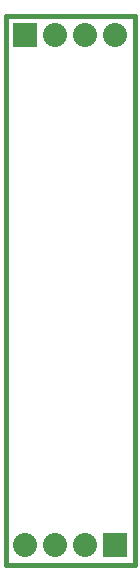
<source format=gbs>
G04 (created by PCBNEW-RS274X (2012-apr-16-27)-stable) date Sat 16 Nov 2013 11:41:47 AM EET*
G01*
G70*
G90*
%MOIN*%
G04 Gerber Fmt 3.4, Leading zero omitted, Abs format*
%FSLAX34Y34*%
G04 APERTURE LIST*
%ADD10C,0.006000*%
%ADD11C,0.015000*%
%ADD12R,0.080000X0.080000*%
%ADD13C,0.080000*%
G04 APERTURE END LIST*
G54D10*
G54D11*
X16100Y-07250D02*
X16100Y-25550D01*
X11800Y-07250D02*
X16100Y-07250D01*
X11800Y-25550D02*
X11800Y-07250D01*
X16100Y-25550D02*
X11800Y-25550D01*
G54D12*
X12450Y-07900D03*
G54D13*
X13450Y-07900D03*
X14450Y-07900D03*
X15450Y-07900D03*
G54D12*
X15450Y-24900D03*
G54D13*
X14450Y-24900D03*
X13450Y-24900D03*
X12450Y-24900D03*
M02*

</source>
